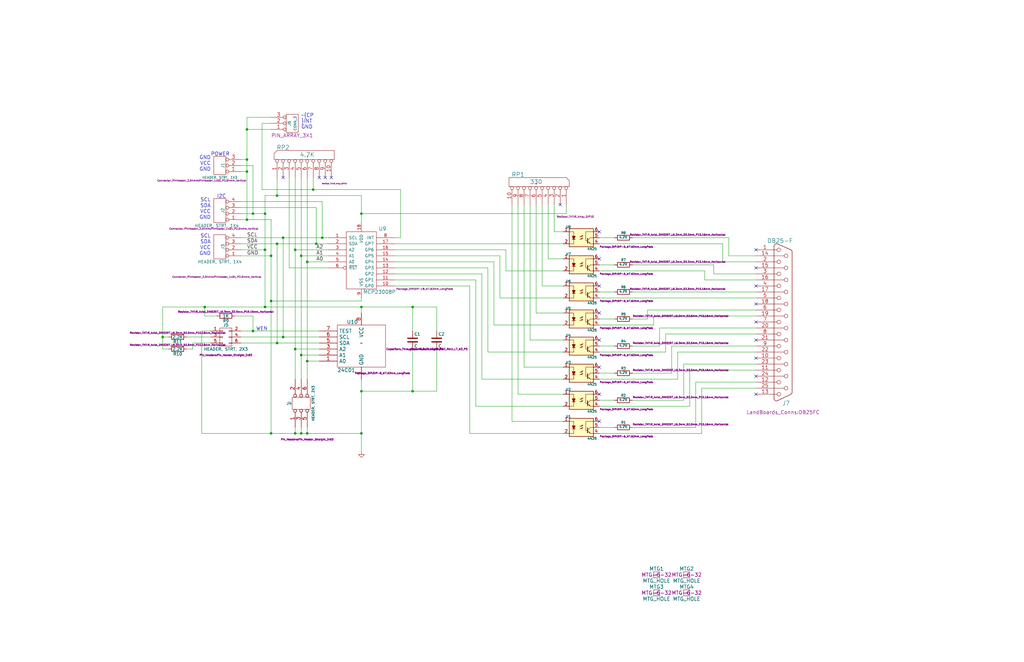
<source format=kicad_sch>
(kicad_sch (version 20211123) (generator eeschema)
  (paper "B")
  (title_block (title "8-CHANNEL OPTO-ISOLATED OUTPUT CARD") (date "2022-09-29") (rev "4") (company "land-boards.com"))
  (lib_symbols
    (symbol "OptoOut8-I2C-rescue:24C01" (pin_names (offset 0.762))
      (property "Reference" "U" (at 3.81 8.89 0))
      (property "Value" "24C01" (at 6.35 -11.43 0))
      (symbol "24C01_0_0"
        (pin power_in line (at 0 -15.24 90) (length 5.08) (name "GND") (number "4"))
        (pin power_in line (at 0 12.7 270) (length 5.08) (name "VCC") (number "8"))
      )
      (symbol "24C01_1_1"
        (rectangle (start -10.16 -10.16) (end 10.16 7.62))
        (pin input line (at 17.78 -7.62 180) (length 7.62) (name "A0") (number "1"))
        (pin input line (at 17.78 -5.08 180) (length 7.62) (name "A1") (number "2"))
        (pin input line (at 17.78 -2.54 180) (length 7.62) (name "A2") (number "3"))
        (pin bidirectional line (at 17.78 0 180) (length 7.62) (name "SDA") (number "5"))
        (pin input line (at 17.78 2.54 180) (length 7.62) (name "SCL") (number "6"))
        (pin input line (at 17.78 5.08 180) (length 7.62) (name "TEST") (number "7"))
      )
    )
    (symbol "OptoOut8-I2C-rescue:4N26" (pin_names (offset 1.016))
      (property "Reference" "U" (at -5.08 5.08 0))
      (property "Value" "4N26" (at 0 5.08 0))
      (property "Footprint" "DIP-6" (at -5.08 -5.08 0))
      (symbol "4N26_0_1"
        (rectangle (start -5.08 3.81) (end 5.08 -3.81) (stroke (width 0.254)) (fill (type background)))
        (polyline (pts (xy -3.81 -0.635) (xy -2.54 -0.635)) (stroke (width 0.254)))
        (polyline (pts (xy 2.667 -1.397) (xy 3.81 -2.54)))
        (polyline (pts (xy 2.667 -1.143) (xy 3.81 0)))
        (polyline (pts (xy 3.81 -2.54) (xy 5.08 -2.54)))
        (polyline (pts (xy 3.81 0) (xy 5.08 0)))
        (polyline (pts (xy 2.667 -0.254) (xy 2.667 -2.286) (xy 2.667 -2.286)) (stroke (width 0.3556)))
        (polyline (pts (xy -5.08 -2.54) (xy -3.175 -2.54) (xy -3.175 2.54) (xy -5.08 2.54)))
        (polyline (pts (xy -3.175 -0.635) (xy -3.81 0.635) (xy -2.54 0.635) (xy -3.175 -0.635)) (stroke (width 0.254)) (fill (type outline)))
        (polyline (pts (xy -0.635 0.254) (xy -0.1016 0.762) (xy -0.1016 0.254) (xy 0.6604 1.016)))
        (polyline (pts (xy 0.6604 1.016) (xy 0.1524 0.762) (xy 0.4064 0.508) (xy 0.6604 1.016)))
        (polyline (pts (xy 3.683 -2.413) (xy 3.429 -1.905) (xy 3.175 -2.159) (xy 3.683 -2.413)))
        (polyline (pts (xy 5.08 2.54) (xy 1.905 2.54) (xy 1.905 -1.27) (xy 2.54 -1.27)))
        (polyline (pts (xy -0.635 -0.762) (xy -0.1016 -0.254) (xy -0.1016 -0.762) (xy 0.6604 0) (xy 0.1524 -0.254) (xy 0.4064 -0.508) (xy 0.6604 0)))
      )
      (symbol "4N26_1_1"
        (pin passive line (at -7.62 2.54 0) (length 2.54) (name "~") (number "1"))
        (pin passive line (at -7.62 -2.54 0) (length 2.54) (name "~") (number "2"))
        (pin passive line (at 7.62 -2.54 180) (length 2.54) (name "~") (number "4"))
        (pin passive line (at 7.62 0 180) (length 2.54) (name "~") (number "5"))
        (pin passive line (at 7.62 2.54 180) (length 2.54) (name "~") (number "6"))
      )
    )
    (symbol "OptoOut8-I2C-rescue:C" (pin_numbers hide) (pin_names (offset 0.254))
      (property "Reference" "C" (at 0.635 2.54 0))
      (property "Value" "C" (at 0.635 -2.54 0))
      (symbol "C_0_1"
        (polyline (pts (xy -2.032 -0.762) (xy 2.032 -0.762)) (stroke (width 0.508)))
        (polyline (pts (xy -2.032 0.762) (xy 2.032 0.762)) (stroke (width 0.508)))
      )
      (symbol "C_1_1"
        (pin passive line (at 0 3.81 270) (length 2.794) (name "~") (number "1"))
        (pin passive line (at 0 -3.81 90) (length 2.794) (name "~") (number "2"))
      )
    )
    (symbol "OptoOut8-I2C-rescue:CONN_02X03" (pin_names (offset 0.0254) hide)
      (property "Reference" "P" (at 0 5.08 0))
      (property "Value" "CONN_02X03" (at 0 -5.08 0))
      (symbol "CONN_02X03_0_1"
        (rectangle (start -2.54 -2.413) (end -1.27 -2.667))
        (rectangle (start -2.54 0.127) (end -1.27 -0.127))
        (rectangle (start -2.54 2.667) (end -1.27 2.413))
        (rectangle (start -2.54 3.81) (end 2.54 -3.81))
        (rectangle (start 1.27 -2.413) (end 2.54 -2.667))
        (rectangle (start 1.27 0.127) (end 2.54 -0.127))
        (rectangle (start 1.27 2.667) (end 2.54 2.413))
      )
      (symbol "CONN_02X03_1_1"
        (pin passive line (at -6.35 2.54 0) (length 3.81) (name "P1") (number "1"))
        (pin passive line (at 6.35 2.54 180) (length 3.81) (name "P2") (number "2"))
        (pin passive line (at -6.35 0 0) (length 3.81) (name "P3") (number "3"))
        (pin passive line (at 6.35 0 180) (length 3.81) (name "P4") (number "4"))
        (pin passive line (at -6.35 -2.54 0) (length 3.81) (name "P5") (number "5"))
        (pin passive line (at 6.35 -2.54 180) (length 3.81) (name "P6") (number "6"))
      )
    )
    (symbol "OptoOut8-I2C-rescue:CONN_3" (pin_names (offset 1.016) hide)
      (property "Reference" "K" (at -1.27 0 90))
      (property "Value" "CONN_3" (at 1.27 0 90))
      (symbol "CONN_3_0_1"
        (rectangle (start -2.54 3.81) (end 2.54 -3.81))
      )
      (symbol "CONN_3_1_1"
        (pin passive inverted (at -8.89 2.54 0) (length 6.35) (name "P1") (number "1"))
        (pin passive inverted (at -8.89 0 0) (length 6.35) (name "PM") (number "2"))
        (pin passive inverted (at -8.89 -2.54 0) (length 6.35) (name "P3") (number "3"))
      )
    )
    (symbol "OptoOut8-I2C-rescue:CONN_3X2" (pin_names (offset 1.016) hide)
      (property "Reference" "P" (at 0 6.35 0))
      (property "Value" "CONN_3X2" (at 0 1.27 90))
      (symbol "CONN_3X2_0_1"
        (rectangle (start -2.54 5.08) (end 2.54 -2.54))
      )
      (symbol "CONN_3X2_1_1"
        (pin passive inverted (at -10.16 3.81 0) (length 7.62) (name "1") (number "1"))
        (pin passive inverted (at 10.16 3.81 180) (length 7.62) (name "2") (number "2"))
        (pin passive inverted (at -10.16 1.27 0) (length 7.62) (name "3") (number "3"))
        (pin passive inverted (at 10.16 1.27 180) (length 7.62) (name "4") (number "4"))
        (pin passive inverted (at -10.16 -1.27 0) (length 7.62) (name "5") (number "5"))
        (pin passive inverted (at 10.16 -1.27 180) (length 7.62) (name "6") (number "6"))
      )
    )
    (symbol "OptoOut8-I2C-rescue:CONN_4" (pin_names (offset 1.016) hide)
      (property "Reference" "P" (at -1.27 0 90))
      (property "Value" "CONN_4" (at 1.27 0 90))
      (symbol "CONN_4_0_1"
        (rectangle (start -2.54 5.08) (end 2.54 -5.08))
      )
      (symbol "CONN_4_1_1"
        (pin passive inverted (at -8.89 3.81 0) (length 6.35) (name "P1") (number "1"))
        (pin passive inverted (at -8.89 1.27 0) (length 6.35) (name "P2") (number "2"))
        (pin passive inverted (at -8.89 -1.27 0) (length 6.35) (name "P3") (number "3"))
        (pin passive inverted (at -8.89 -3.81 0) (length 6.35) (name "P4") (number "4"))
      )
    )
    (symbol "OptoOut8-I2C-rescue:DB25" (pin_names (offset 1.016) hide)
      (property "Reference" "J" (at 1.27 34.29 0))
      (property "Value" "DB25" (at -1.27 -34.29 0))
      (symbol "DB25_0_1"
        (arc (start -3.81 -32.004) (mid -3.4129 -32.8094) (end -2.54 -33.02) (stroke (width 0.2032)))
        (arc (start -2.54 33.274) (mid -3.4191 33.0712) (end -3.81 32.258) (stroke (width 0.2032)))
        (circle (center -1.778 -30.48) (radius 0.762))
        (circle (center -1.778 -25.4) (radius 0.762))
        (circle (center -1.778 -20.32) (radius 0.762))
        (circle (center -1.778 -15.24) (radius 0.762))
        (circle (center -1.778 -10.16) (radius 0.762))
        (circle (center -1.778 -5.08) (radius 0.762))
        (circle (center -1.778 0) (radius 0.762))
        (circle (center -1.778 5.08) (radius 0.762))
        (circle (center -1.778 10.16) (radius 0.762))
        (circle (center -1.778 15.24) (radius 0.762))
        (circle (center -1.778 20.32) (radius 0.762))
        (circle (center -1.778 25.4) (radius 0.762))
        (circle (center -1.778 30.48) (radius 0.762))
        (polyline (pts (xy -3.81 -32.004) (xy -3.81 32.258)) (stroke (width 0.2032)))
        (polyline (pts (xy -3.81 -30.48) (xy -2.54 -30.48)))
        (polyline (pts (xy -3.81 -27.94) (xy 0.508 -27.94)))
        (polyline (pts (xy -3.81 -25.4) (xy -2.54 -25.4)))
        (polyline (pts (xy -3.81 -22.86) (xy 0.508 -22.86)))
        (polyline (pts (xy -3.81 -20.32) (xy -2.54 -20.32)))
        (polyline (pts (xy -3.81 -17.78) (xy 0.508 -17.78)))
        (polyline (pts (xy -3.81 -15.24) (xy -2.54 -15.24)))
        (polyline (pts (xy -3.81 -12.7) (xy 0.508 -12.7)))
        (polyline (pts (xy -3.81 -10.16) (xy -2.54 -10.16)))
        (polyline (pts (xy -3.81 -7.62) (xy 0.508 -7.62)))
        (polyline (pts (xy -3.81 -5.08) (xy -2.54 -5.08)))
        (polyline (pts (xy -3.81 -2.54) (xy 0.508 -2.54)))
        (polyline (pts (xy -3.81 0) (xy -2.54 0)))
        (polyline (pts (xy -3.81 2.54) (xy 0.508 2.54)))
        (polyline (pts (xy -3.81 5.08) (xy -2.54 5.08)))
        (polyline (pts (xy -3.81 7.62) (xy 0.508 7.62)))
        (polyline (pts (xy -3.81 10.16) (xy -2.54 10.16)))
        (polyline (pts (xy -3.81 12.7) (xy 0.508 12.7)))
        (polyline (pts (xy -3.81 15.24) (xy -2.54 15.24)))
        (polyline (pts (xy -3.81 17.78) (xy 0.508 17.78)))
        (polyline (pts (xy -3.81 20.32) (xy -2.54 20.32)))
        (polyline (pts (xy -3.81 22.86) (xy 0.508 22.86)))
        (polyline (pts (xy -3.81 25.4) (xy -2.54 25.4)))
        (polyline (pts (xy -3.81 27.94) (xy 0.508 27.94)))
        (polyline (pts (xy -3.81 30.48) (xy -2.54 30.48)))
        (polyline (pts (xy -2.54 -33.02) (xy 3.302 -30.48)) (stroke (width 0.2032)))
        (polyline (pts (xy 3.302 30.48) (xy -2.54 33.274)) (stroke (width 0.2032)))
        (polyline (pts (xy 3.81 -29.718) (xy 3.81 29.718)) (stroke (width 0.2032)))
        (circle (center 1.27 -27.94) (radius 0.762))
        (circle (center 1.27 -22.86) (radius 0.762))
        (circle (center 1.27 -17.78) (radius 0.762))
        (circle (center 1.27 -12.7) (radius 0.762))
        (circle (center 1.27 -7.62) (radius 0.762))
        (circle (center 1.27 -2.54) (radius 0.762))
        (circle (center 1.27 2.54) (radius 0.762))
        (circle (center 1.27 7.62) (radius 0.762))
        (circle (center 1.27 12.7) (radius 0.762))
        (circle (center 1.27 17.78) (radius 0.762))
        (circle (center 1.27 22.86) (radius 0.762))
        (circle (center 1.27 27.94) (radius 0.762))
        (arc (start 3.302 -30.48) (mid 3.6653 -30.1718) (end 3.81 -29.718) (stroke (width 0.2032)))
        (arc (start 3.7846 29.718) (mid 3.6544 30.1591) (end 3.302 30.4546) (stroke (width 0.2032)))
      )
      (symbol "DB25_1_1"
        (pin passive line (at -11.43 -30.48 0) (length 7.62) (name "1") (number "1"))
        (pin passive line (at -11.43 15.24 0) (length 7.62) (name "10") (number "10"))
        (pin passive line (at -11.43 20.32 0) (length 7.62) (name "11") (number "11"))
        (pin passive line (at -11.43 25.4 0) (length 7.62) (name "12") (number "12"))
        (pin passive line (at -11.43 30.48 0) (length 7.62) (name "13") (number "13"))
        (pin passive line (at -11.43 -27.94 0) (length 7.62) (name "P14") (number "14"))
        (pin passive line (at -11.43 -22.86 0) (length 7.62) (name "P15") (number "15"))
        (pin passive line (at -11.43 -17.78 0) (length 7.62) (name "P16") (number "16"))
        (pin passive line (at -11.43 -12.7 0) (length 7.62) (name "P17") (number "17"))
        (pin passive line (at -11.43 -7.62 0) (length 7.62) (name "P18") (number "18"))
        (pin passive line (at -11.43 -2.54 0) (length 7.62) (name "P19") (number "19"))
        (pin passive line (at -11.43 -25.4 0) (length 7.62) (name "2") (number "2"))
        (pin passive line (at -11.43 2.54 0) (length 7.62) (name "P20") (number "20"))
        (pin passive line (at -11.43 7.62 0) (length 7.62) (name "P21") (number "21"))
        (pin passive line (at -11.43 12.7 0) (length 7.62) (name "P22") (number "22"))
        (pin passive line (at -11.43 17.78 0) (length 7.62) (name "P23") (number "23"))
        (pin passive line (at -11.43 22.86 0) (length 7.62) (name "P24") (number "24"))
        (pin passive line (at -11.43 27.94 0) (length 7.62) (name "P25") (number "25"))
        (pin passive line (at -11.43 -20.32 0) (length 7.62) (name "3") (number "3"))
        (pin passive line (at -11.43 -15.24 0) (length 7.62) (name "4") (number "4"))
        (pin passive line (at -11.43 -10.16 0) (length 7.62) (name "5") (number "5"))
        (pin passive line (at -11.43 -5.08 0) (length 7.62) (name "6") (number "6"))
        (pin passive line (at -11.43 0 0) (length 7.62) (name "7") (number "7"))
        (pin passive line (at -11.43 5.08 0) (length 7.62) (name "8") (number "8"))
        (pin passive line (at -11.43 10.16 0) (length 7.62) (name "9") (number "9"))
      )
    )
    (symbol "OptoOut8-I2C-rescue:GND" (power) (pin_names (offset 0))
      (property "Value" "GND" (at 0 -3.81 0))
      (symbol "GND_0_1"
        (polyline (pts (xy 0 0) (xy 0 -1.27) (xy 1.27 -1.27) (xy 0 -2.54) (xy -1.27 -1.27) (xy 0 -1.27)))
      )
      (symbol "GND_1_1"
        (pin power_in line (at 0 0 270) (length 0) hide (name "GND") (number "1"))
      )
    )
    (symbol "OptoOut8-I2C-rescue:MCP23008P" (pin_names (offset 1.016))
      (property "Reference" "U" (at 7.62 25.4 0))
      (property "Value" "MCP23008P" (at 11.43 -1.27 0))
      (symbol "MCP23008P_0_1"
        (rectangle (start -7.62 0) (end 5.08 24.13))
      )
      (symbol "MCP23008P_1_1"
        (pin input line (at -15.24 21.59 0) (length 7.62) (name "SCL") (number "1"))
        (pin output line (at 12.7 1.27 180) (length 7.62) (name "GP0") (number "10"))
        (pin output line (at 12.7 3.81 180) (length 7.62) (name "GP1") (number "11"))
        (pin output line (at 12.7 6.35 180) (length 7.62) (name "GP2") (number "12"))
        (pin output line (at 12.7 8.89 180) (length 7.62) (name "GP3") (number "13"))
        (pin output line (at 12.7 11.43 180) (length 7.62) (name "GP4") (number "14"))
        (pin output line (at 12.7 13.97 180) (length 7.62) (name "GP5") (number "15"))
        (pin output line (at 12.7 16.51 180) (length 7.62) (name "GP6") (number "16"))
        (pin bidirectional line (at 12.7 19.05 180) (length 7.62) (name "GP7") (number "17"))
        (pin power_in line (at -1.27 27.94 270) (length 3.81) (name "VDD") (number "18"))
        (pin input line (at -15.24 19.05 0) (length 7.62) (name "SDA") (number "2"))
        (pin input line (at -15.24 16.51 0) (length 7.62) (name "A2") (number "3"))
        (pin input line (at -15.24 13.97 0) (length 7.62) (name "A1") (number "4"))
        (pin input line (at -15.24 11.43 0) (length 7.62) (name "A0") (number "5"))
        (pin input inverted (at -15.24 8.89 0) (length 7.62) (name "~{RST}") (number "6"))
        (pin output line (at 12.7 21.59 180) (length 7.62) (name "INT") (number "8"))
        (pin power_in line (at -1.27 -3.81 90) (length 3.81) (name "VSS") (number "9"))
      )
    )
    (symbol "OptoOut8-I2C-rescue:MTG_HOLE" (pin_names (offset 1.016))
      (property "Reference" "MTG?" (at 0 2.54 0))
      (property "Value" "MTG_HOLE" (at 0 -2.54 0))
      (symbol "MTG_HOLE_0_1"
        (rectangle (start -1.27 -1.27) (end 1.27 -1.27))
        (rectangle (start -1.27 1.27) (end -1.27 -1.27))
        (rectangle (start 1.27 1.27) (end -1.27 1.27))
        (rectangle (start 1.27 1.27) (end 1.27 -1.27))
      )
    )
    (symbol "OptoOut8-I2C-rescue:R" (pin_numbers hide) (pin_names (offset 0))
      (property "Reference" "R" (at 2.032 0 90))
      (property "Value" "R" (at 0 0 90))
      (symbol "R_0_1"
        (rectangle (start -1.016 -2.54) (end 1.016 2.54) (stroke (width 0.254)))
      )
      (symbol "R_1_1"
        (pin passive line (at 0 3.81 270) (length 1.27) (name "~") (number "1"))
        (pin passive line (at 0 -3.81 90) (length 1.27) (name "~") (number "2"))
      )
    )
    (symbol "OptoOut8-I2C-rescue:RR9" (pin_names (offset 1.016) hide)
      (property "Reference" "RR" (at 1.27 15.24 0))
      (property "Value" "RR9" (at 0.762 0 90))
      (symbol "RR9_0_1"
        (polyline (pts (xy -1.27 -11.43) (xy -1.27 13.97) (xy 1.27 13.97) (xy 2.54 12.7) (xy 2.54 -11.43) (xy -1.27 -11.43)))
      )
      (symbol "RR9_1_1"
        (pin passive inverted (at -8.89 12.7 0) (length 7.62) (name "COM") (number "1"))
        (pin passive inverted (at -8.89 -10.16 0) (length 7.62) (name "10") (number "10"))
        (pin passive inverted (at -8.89 10.16 0) (length 7.62) (name "2") (number "2"))
        (pin passive inverted (at -8.89 7.62 0) (length 7.62) (name "3") (number "3"))
        (pin passive inverted (at -8.89 5.08 0) (length 7.62) (name "4") (number "4"))
        (pin passive inverted (at -8.89 2.54 0) (length 7.62) (name "5") (number "5"))
        (pin passive inverted (at -8.89 0 0) (length 7.62) (name "6") (number "6"))
        (pin passive inverted (at -8.89 -2.54 0) (length 7.62) (name "7") (number "7"))
        (pin passive inverted (at -8.89 -5.08 0) (length 7.62) (name "8") (number "8"))
        (pin passive inverted (at -8.89 -7.62 0) (length 7.62) (name "9") (number "9"))
      )
    )
  )
  (junction (at 111.76 105.41))
  (junction (at 114.3 107.95))
  (junction (at 127 107.95))
  (junction (at 114.3 127))
  (junction (at 104.14 54.61))
  (junction (at 129.54 110.49))
  (junction (at 152.4 182.88))
  (junction (at 124.46 182.88))
  (junction (at 106.68 90.17))
  (junction (at 104.14 72.39))
  (junction (at 173.99 165.1))
  (junction (at 119.38 100.33))
  (junction (at 129.54 152.4))
  (junction (at 135.89 100.33))
  (junction (at 133.35 102.87))
  (junction (at 152.4 129.54))
  (junction (at 104.14 92.71))
  (junction (at 152.4 90.17))
  (junction (at 173.99 129.54))
  (junction (at 106.68 139.7))
  (junction (at 116.84 144.78))
  (junction (at 86.36 129.54))
  (junction (at 124.46 105.41))
  (junction (at 111.76 90.17))
  (junction (at 116.84 102.87))
  (junction (at 119.38 142.24))
  (junction (at 127 149.86))
  (junction (at 116.84 82.55))
  (junction (at 152.4 165.1))
  (junction (at 127 182.88))
  (junction (at 68.58 142.24))
  (junction (at 104.14 67.31))
  (junction (at 129.54 182.88))
  (junction (at 124.46 147.32))
  (junction (at 132.08 80.01))
  (junction (at 114.3 182.88))
  (junction (at 111.76 129.54))
  (no_connect (at 252.73 97.79))
  (no_connect (at 139.7 74.93))
  (no_connect (at 318.77 120.65))
  (no_connect (at 318.77 128.27))
  (no_connect (at 252.73 120.65))
  (no_connect (at 318.77 113.03))
  (no_connect (at 318.77 135.89))
  (no_connect (at 252.73 154.94))
  (no_connect (at 252.73 177.8))
  (no_connect (at 236.22 86.36))
  (no_connect (at 318.77 166.37))
  (no_connect (at 252.73 109.22))
  (no_connect (at 137.16 74.93))
  (no_connect (at 318.77 143.51))
  (no_connect (at 318.77 151.13))
  (no_connect (at 134.62 74.93))
  (no_connect (at 252.73 132.08))
  (no_connect (at 318.77 158.75))
  (no_connect (at 252.73 166.37))
  (no_connect (at 119.38 74.93))
  (no_connect (at 252.73 143.51))
  (no_connect (at 318.77 105.41))
  (wire (pts (xy 68.58 129.54) (xy 86.36 129.54)))
  (wire (pts (xy 166.37 118.11) (xy 200.66 118.11)))
  (wire (pts (xy 132.08 80.01) (xy 110.49 80.01)))
  (wire (pts (xy 111.76 82.55) (xy 116.84 82.55)))
  (wire (pts (xy 304.8 110.49) (xy 304.8 102.87)))
  (wire (pts (xy 300.99 111.76) (xy 266.7 111.76)))
  (wire (pts (xy 198.12 182.88) (xy 237.49 182.88)))
  (wire (pts (xy 210.82 107.95) (xy 210.82 125.73)))
  (wire (pts (xy 223.52 86.36) (xy 223.52 143.51)))
  (wire (pts (xy 198.12 120.65) (xy 198.12 182.88)))
  (wire (pts (xy 259.08 168.91) (xy 252.73 168.91)))
  (wire (pts (xy 215.9 177.8) (xy 237.49 177.8)))
  (wire (pts (xy 318.77 107.95) (xy 307.34 107.95)))
  (wire (pts (xy 283.21 157.48) (xy 283.21 146.05)))
  (wire (pts (xy 81.28 144.78) (xy 81.28 147.32)))
  (wire (pts (xy 127 107.95) (xy 138.43 107.95)))
  (wire (pts (xy 85.09 139.7) (xy 85.09 182.88)))
  (wire (pts (xy 226.06 132.08) (xy 237.49 132.08)))
  (wire (pts (xy 215.9 86.36) (xy 215.9 177.8)))
  (wire (pts (xy 266.7 123.19) (xy 318.77 123.19)))
  (wire (pts (xy 106.68 139.7) (xy 101.6 139.7)))
  (wire (pts (xy 208.28 137.16) (xy 237.49 137.16)))
  (wire (pts (xy 91.44 133.35) (xy 86.36 133.35)))
  (wire (pts (xy 290.83 171.45) (xy 290.83 156.21)))
  (wire (pts (xy 101.6 142.24) (xy 119.38 142.24)))
  (wire (pts (xy 152.4 82.55) (xy 152.4 90.17)))
  (wire (pts (xy 101.6 90.17) (xy 106.68 90.17)))
  (wire (pts (xy 101.6 102.87) (xy 116.84 102.87)))
  (wire (pts (xy 293.37 161.29) (xy 318.77 161.29)))
  (wire (pts (xy 114.3 182.88) (xy 124.46 182.88)))
  (wire (pts (xy 307.34 107.95) (xy 307.34 100.33)))
  (wire (pts (xy 129.54 74.93) (xy 129.54 110.49)))
  (wire (pts (xy 166.37 105.41) (xy 213.36 105.41)))
  (wire (pts (xy 297.18 118.11) (xy 297.18 114.3)))
  (wire (pts (xy 124.46 105.41) (xy 124.46 147.32)))
  (wire (pts (xy 252.73 148.59) (xy 280.67 148.59)))
  (wire (pts (xy 116.84 144.78) (xy 134.62 144.78)))
  (wire (pts (xy 168.91 100.33) (xy 166.37 100.33)))
  (wire (pts (xy 266.7 134.62) (xy 273.05 134.62)))
  (wire (pts (xy 104.14 54.61) (xy 104.14 67.31)))
  (wire (pts (xy 295.91 182.88) (xy 252.73 182.88)))
  (wire (pts (xy 152.4 125.73) (xy 152.4 127)))
  (wire (pts (xy 110.49 80.01) (xy 110.49 52.07)))
  (wire (pts (xy 166.37 120.65) (xy 198.12 120.65)))
  (wire (pts (xy 252.73 134.62) (xy 259.08 134.62)))
  (wire (pts (xy 127 74.93) (xy 127 107.95)))
  (wire (pts (xy 318.77 110.49) (xy 304.8 110.49)))
  (wire (pts (xy 134.62 149.86) (xy 127 149.86)))
  (wire (pts (xy 134.62 147.32) (xy 124.46 147.32)))
  (wire (pts (xy 127 182.88) (xy 129.54 182.88)))
  (wire (pts (xy 166.37 110.49) (xy 208.28 110.49)))
  (wire (pts (xy 184.15 129.54) (xy 184.15 139.7)))
  (wire (pts (xy 78.74 142.24) (xy 88.9 142.24)))
  (wire (pts (xy 119.38 100.33) (xy 135.89 100.33)))
  (wire (pts (xy 124.46 74.93) (xy 124.46 105.41)))
  (wire (pts (xy 152.4 129.54) (xy 173.99 129.54)))
  (wire (pts (xy 88.9 139.7) (xy 85.09 139.7)))
  (wire (pts (xy 152.4 90.17) (xy 152.4 93.98)))
  (wire (pts (xy 68.58 142.24) (xy 68.58 147.32)))
  (wire (pts (xy 129.54 110.49) (xy 129.54 152.4)))
  (wire (pts (xy 278.13 138.43) (xy 318.77 138.43)))
  (wire (pts (xy 111.76 105.41) (xy 101.6 105.41)))
  (wire (pts (xy 226.06 86.36) (xy 226.06 132.08)))
  (wire (pts (xy 116.84 102.87) (xy 116.84 144.78)))
  (wire (pts (xy 252.73 111.76) (xy 259.08 111.76)))
  (wire (pts (xy 127 149.86) (xy 127 160.02)))
  (wire (pts (xy 252.73 125.73) (xy 318.77 125.73)))
  (wire (pts (xy 275.59 133.35) (xy 275.59 137.16)))
  (wire (pts (xy 111.76 129.54) (xy 152.4 129.54)))
  (wire (pts (xy 252.73 100.33) (xy 259.08 100.33)))
  (wire (pts (xy 266.7 146.05) (xy 278.13 146.05)))
  (wire (pts (xy 210.82 125.73) (xy 237.49 125.73)))
  (wire (pts (xy 68.58 147.32) (xy 71.12 147.32)))
  (wire (pts (xy 231.14 86.36) (xy 231.14 109.22)))
  (wire (pts (xy 114.3 107.95) (xy 114.3 127)))
  (wire (pts (xy 295.91 163.83) (xy 295.91 182.88)))
  (wire (pts (xy 166.37 113.03) (xy 205.74 113.03)))
  (wire (pts (xy 101.6 85.09) (xy 135.89 85.09)))
  (wire (pts (xy 184.15 165.1) (xy 184.15 147.32)))
  (wire (pts (xy 152.4 127) (xy 114.3 127)))
  (wire (pts (xy 114.3 92.71) (xy 114.3 107.95)))
  (wire (pts (xy 173.99 129.54) (xy 184.15 129.54)))
  (wire (pts (xy 116.84 82.55) (xy 152.4 82.55)))
  (wire (pts (xy 106.68 133.35) (xy 106.68 139.7)))
  (wire (pts (xy 205.74 148.59) (xy 237.49 148.59)))
  (wire (pts (xy 252.73 171.45) (xy 290.83 171.45)))
  (wire (pts (xy 135.89 85.09) (xy 135.89 100.33)))
  (wire (pts (xy 86.36 133.35) (xy 86.36 129.54)))
  (wire (pts (xy 218.44 86.36) (xy 218.44 166.37)))
  (wire (pts (xy 86.36 129.54) (xy 111.76 129.54)))
  (wire (pts (xy 290.83 156.21) (xy 318.77 156.21)))
  (wire (pts (xy 275.59 137.16) (xy 252.73 137.16)))
  (wire (pts (xy 252.73 157.48) (xy 259.08 157.48)))
  (wire (pts (xy 273.05 130.81) (xy 318.77 130.81)))
  (wire (pts (xy 283.21 146.05) (xy 318.77 146.05)))
  (wire (pts (xy 127 107.95) (xy 127 149.86)))
  (wire (pts (xy 285.75 160.02) (xy 285.75 148.59)))
  (wire (pts (xy 307.34 100.33) (xy 266.7 100.33)))
  (wire (pts (xy 318.77 118.11) (xy 297.18 118.11)))
  (wire (pts (xy 168.91 80.01) (xy 168.91 100.33)))
  (wire (pts (xy 114.3 127) (xy 114.3 182.88)))
  (wire (pts (xy 104.14 49.53) (xy 104.14 54.61)))
  (wire (pts (xy 116.84 74.93) (xy 116.84 82.55)))
  (wire (pts (xy 129.54 110.49) (xy 138.43 110.49)))
  (wire (pts (xy 213.36 105.41) (xy 213.36 114.3)))
  (wire (pts (xy 318.77 163.83) (xy 295.91 163.83)))
  (wire (pts (xy 173.99 139.7) (xy 173.99 129.54)))
  (wire (pts (xy 134.62 152.4) (xy 129.54 152.4)))
  (wire (pts (xy 293.37 180.34) (xy 293.37 161.29)))
  (wire (pts (xy 233.68 86.36) (xy 233.68 97.79)))
  (wire (pts (xy 68.58 129.54) (xy 68.58 142.24)))
  (wire (pts (xy 318.77 133.35) (xy 275.59 133.35)))
  (wire (pts (xy 304.8 102.87) (xy 252.73 102.87)))
  (wire (pts (xy 223.52 143.51) (xy 237.49 143.51)))
  (wire (pts (xy 280.67 140.97) (xy 318.77 140.97)))
  (wire (pts (xy 300.99 115.57) (xy 300.99 111.76)))
  (wire (pts (xy 129.54 152.4) (xy 129.54 160.02)))
  (wire (pts (xy 228.6 120.65) (xy 237.49 120.65)))
  (wire (pts (xy 101.6 100.33) (xy 119.38 100.33)))
  (wire (pts (xy 135.89 100.33) (xy 138.43 100.33)))
  (wire (pts (xy 288.29 168.91) (xy 288.29 153.67)))
  (wire (pts (xy 101.6 92.71) (xy 104.14 92.71)))
  (wire (pts (xy 101.6 69.85) (xy 106.68 69.85)))
  (wire (pts (xy 252.73 146.05) (xy 259.08 146.05)))
  (wire (pts (xy 288.29 153.67) (xy 318.77 153.67)))
  (wire (pts (xy 114.3 49.53) (xy 104.14 49.53)))
  (wire (pts (xy 205.74 113.03) (xy 205.74 148.59)))
  (wire (pts (xy 152.4 90.17) (xy 238.76 90.17)))
  (wire (pts (xy 119.38 142.24) (xy 119.38 100.33)))
  (wire (pts (xy 233.68 97.79) (xy 237.49 97.79)))
  (wire (pts (xy 133.35 87.63) (xy 133.35 102.87)))
  (wire (pts (xy 203.2 160.02) (xy 237.49 160.02)))
  (wire (pts (xy 200.66 171.45) (xy 237.49 171.45)))
  (wire (pts (xy 101.6 67.31) (xy 104.14 67.31)))
  (wire (pts (xy 152.4 129.54) (xy 152.4 132.08)))
  (wire (pts (xy 124.46 182.88) (xy 124.46 180.34)))
  (wire (pts (xy 200.66 118.11) (xy 200.66 171.45)))
  (wire (pts (xy 280.67 148.59) (xy 280.67 140.97)))
  (wire (pts (xy 152.4 160.02) (xy 152.4 165.1)))
  (wire (pts (xy 132.08 74.93) (xy 132.08 80.01)))
  (wire (pts (xy 101.6 107.95) (xy 114.3 107.95)))
  (wire (pts (xy 132.08 80.01) (xy 168.91 80.01)))
  (wire (pts (xy 114.3 54.61) (xy 104.14 54.61)))
  (wire (pts (xy 278.13 146.05) (xy 278.13 138.43)))
  (wire (pts (xy 166.37 115.57) (xy 203.2 115.57)))
  (wire (pts (xy 259.08 180.34) (xy 252.73 180.34)))
  (wire (pts (xy 318.77 115.57) (xy 300.99 115.57)))
  (wire (pts (xy 238.76 90.17) (xy 238.76 86.36)))
  (wire (pts (xy 138.43 105.41) (xy 124.46 105.41)))
  (wire (pts (xy 173.99 147.32) (xy 173.99 165.1)))
  (wire (pts (xy 68.58 142.24) (xy 71.12 142.24)))
  (wire (pts (xy 81.28 147.32) (xy 78.74 147.32)))
  (wire (pts (xy 297.18 114.3) (xy 252.73 114.3)))
  (wire (pts (xy 129.54 182.88) (xy 129.54 180.34)))
  (wire (pts (xy 129.54 182.88) (xy 152.4 182.88)))
  (wire (pts (xy 266.7 180.34) (xy 293.37 180.34)))
  (wire (pts (xy 104.14 92.71) (xy 114.3 92.71)))
  (wire (pts (xy 266.7 168.91) (xy 288.29 168.91)))
  (wire (pts (xy 237.49 102.87) (xy 166.37 102.87)))
  (wire (pts (xy 104.14 72.39) (xy 104.14 92.71)))
  (wire (pts (xy 152.4 165.1) (xy 173.99 165.1)))
  (wire (pts (xy 85.09 182.88) (xy 114.3 182.88)))
  (wire (pts (xy 285.75 148.59) (xy 318.77 148.59)))
  (wire (pts (xy 134.62 139.7) (xy 106.68 139.7)))
  (wire (pts (xy 104.14 72.39) (xy 101.6 72.39)))
  (wire (pts (xy 133.35 102.87) (xy 138.43 102.87)))
  (wire (pts (xy 266.7 157.48) (xy 283.21 157.48)))
  (wire (pts (xy 231.14 109.22) (xy 237.49 109.22)))
  (wire (pts (xy 220.98 86.36) (xy 220.98 154.94)))
  (wire (pts (xy 99.06 133.35) (xy 106.68 133.35)))
  (wire (pts (xy 220.98 154.94) (xy 237.49 154.94)))
  (wire (pts (xy 208.28 110.49) (xy 208.28 137.16)))
  (wire (pts (xy 101.6 87.63) (xy 133.35 87.63)))
  (wire (pts (xy 252.73 160.02) (xy 285.75 160.02)))
  (wire (pts (xy 218.44 166.37) (xy 237.49 166.37)))
  (wire (pts (xy 124.46 147.32) (xy 124.46 160.02)))
  (wire (pts (xy 101.6 144.78) (xy 116.84 144.78)))
  (wire (pts (xy 173.99 165.1) (xy 184.15 165.1)))
  (wire (pts (xy 111.76 105.41) (xy 111.76 129.54)))
  (wire (pts (xy 88.9 144.78) (xy 81.28 144.78)))
  (wire (pts (xy 111.76 90.17) (xy 111.76 105.41)))
  (wire (pts (xy 127 182.88) (xy 127 180.34)))
  (wire (pts (xy 111.76 82.55) (xy 111.76 90.17)))
  (wire (pts (xy 119.38 142.24) (xy 134.62 142.24)))
  (wire (pts (xy 110.49 52.07) (xy 114.3 52.07)))
  (wire (pts (xy 252.73 123.19) (xy 259.08 123.19)))
  (wire (pts (xy 121.92 113.03) (xy 121.92 74.93)))
  (wire (pts (xy 152.4 182.88) (xy 152.4 190.5)))
  (wire (pts (xy 213.36 114.3) (xy 237.49 114.3)))
  (wire (pts (xy 121.92 113.03) (xy 138.43 113.03)))
  (wire (pts (xy 273.05 134.62) (xy 273.05 130.81)))
  (wire (pts (xy 106.68 90.17) (xy 111.76 90.17)))
  (wire (pts (xy 166.37 107.95) (xy 210.82 107.95)))
  (wire (pts (xy 203.2 115.57) (xy 203.2 160.02)))
  (wire (pts (xy 104.14 67.31) (xy 104.14 72.39)))
  (wire (pts (xy 106.68 69.85) (xy 106.68 90.17)))
  (wire (pts (xy 228.6 86.36) (xy 228.6 120.65)))
  (wire (pts (xy 124.46 182.88) (xy 127 182.88)))
  (wire (pts (xy 152.4 165.1) (xy 152.4 182.88)))
  (wire (pts (xy 116.84 102.87) (xy 133.35 102.87)))
  (text "WEN" (at 107.95 139.7 0) (effects (font (size 1.524 1.524)) (justify left bottom)))
  (text "SCL\nSDA\nVCC\nGND" (at 88.9 92.71 180) (effects (font (size 1.524 1.524)) (justify right bottom)))
  (text "POWER" (at 88.9 66.04 0) (effects (font (size 1.524 1.524)) (justify left bottom)))
  (text "SCL\nSDA\nVCC\nGND" (at 88.9 107.95 180) (effects (font (size 1.524 1.524)) (justify right bottom)))
  (text "GND\nVCC\nGND" (at 88.9 72.39 180) (effects (font (size 1.524 1.524)) (justify right bottom)))
  (text "I2C" (at 91.44 83.82 0) (effects (font (size 1.524 1.524)) (justify left bottom)))
  (text "~{CP\n}INT\nGND" (at 127 54.61 0) (effects (font (size 1.524 1.524)) (justify left bottom)))
  (label "GND" (at 104.14 107.95 0) (effects (font (size 1.524 1.524))))
  (label "A0" (at 133.35 110.49 0) (effects (font (size 1.524 1.524))))
  (label "A1" (at 133.35 107.95 0) (effects (font (size 1.524 1.524))))
  (label "SCL" (at 104.14 100.33 0) (effects (font (size 1.524 1.524))))
  (label "SDA" (at 104.14 102.87 0) (effects (font (size 1.524 1.524))))
  (label "VCC" (at 104.14 105.41 0) (effects (font (size 1.524 1.524))))
  (label "A2" (at 133.35 105.41 0) (effects (font (size 1.524 1.524))))
  (symbol (lib_id "OptoOut8-I2C-rescue:4N26") (at 245.11 100.33 0) (unit 1)
    (property "Reference" "U8" (at 239.6744 95.7834 0) (effects (font (size 1.016 1.016))))
    (property "Value" "4N25" (at 249.682 105.029 0) (effects (font (size 1.016 1.016))))
    (property "Footprint" "Package_DIP:DIP-6_W7.62mm_LongPads" (at 264.16 104.14 0) (effects (font (size 0.7366 0.7366))))
  )
  (symbol (lib_id "OptoOut8-I2C-rescue:4N26") (at 245.11 111.76 0) (unit 1)
    (property "Reference" "U7" (at 239.6744 107.2134 0) (effects (font (size 1.016 1.016))))
    (property "Value" "4N25" (at 249.682 116.459 0) (effects (font (size 1.016 1.016))))
    (property "Footprint" "Package_DIP:DIP-6_W7.62mm_LongPads" (at 264.16 115.57 0) (effects (font (size 0.7366 0.7366))))
  )
  (symbol (lib_id "OptoOut8-I2C-rescue:4N26") (at 245.11 123.19 0) (unit 1)
    (property "Reference" "U6" (at 239.6744 118.6434 0) (effects (font (size 1.016 1.016))))
    (property "Value" "4N25" (at 249.682 127.889 0) (effects (font (size 1.016 1.016))))
    (property "Footprint" "Package_DIP:DIP-6_W7.62mm_LongPads" (at 264.16 127 0) (effects (font (size 0.7366 0.7366))))
  )
  (symbol (lib_id "OptoOut8-I2C-rescue:4N26") (at 245.11 134.62 0) (unit 1)
    (property "Reference" "U5" (at 239.6744 130.0734 0) (effects (font (size 1.016 1.016))))
    (property "Value" "4N25" (at 249.682 139.319 0) (effects (font (size 1.016 1.016))))
    (property "Footprint" "Package_DIP:DIP-6_W7.62mm_LongPads" (at 264.16 138.43 0) (effects (font (size 0.7366 0.7366))))
  )
  (symbol (lib_id "OptoOut8-I2C-rescue:4N26") (at 245.11 146.05 0) (unit 1)
    (property "Reference" "U4" (at 239.6744 141.5034 0) (effects (font (size 1.016 1.016))))
    (property "Value" "4N25" (at 249.682 150.749 0) (effects (font (size 1.016 1.016))))
    (property "Footprint" "Package_DIP:DIP-6_W7.62mm_LongPads" (at 264.16 149.86 0) (effects (font (size 0.7366 0.7366))))
  )
  (symbol (lib_id "OptoOut8-I2C-rescue:4N26") (at 245.11 157.48 0) (unit 1)
    (property "Reference" "U3" (at 239.6744 152.9334 0) (effects (font (size 1.016 1.016))))
    (property "Value" "4N25" (at 249.682 162.179 0) (effects (font (size 1.016 1.016))))
    (property "Footprint" "Package_DIP:DIP-6_W7.62mm_LongPads" (at 264.16 161.29 0) (effects (font (size 0.7366 0.7366))))
  )
  (symbol (lib_id "OptoOut8-I2C-rescue:4N26") (at 245.11 168.91 0) (unit 1)
    (property "Reference" "U2" (at 239.6744 164.3634 0) (effects (font (size 1.016 1.016))))
    (property "Value" "4N25" (at 249.682 173.609 0) (effects (font (size 1.016 1.016))))
    (property "Footprint" "Package_DIP:DIP-6_W7.62mm_LongPads" (at 264.16 172.72 0) (effects (font (size 0.7366 0.7366))))
  )
  (symbol (lib_id "OptoOut8-I2C-rescue:4N26") (at 245.11 180.34 0) (unit 1)
    (property "Reference" "U1" (at 239.6744 175.7934 0) (effects (font (size 1.016 1.016))))
    (property "Value" "4N25" (at 249.682 185.039 0) (effects (font (size 1.016 1.016))))
    (property "Footprint" "Package_DIP:DIP-6_W7.62mm_LongPads" (at 264.16 184.15 0) (effects (font (size 0.7366 0.7366))))
  )
  (symbol (lib_id "OptoOut8-I2C-rescue:DB25") (at 330.2 135.89 0) (mirror x) (unit 1)
    (property "Reference" "J7" (at 331.47 170.18 0) (effects (font (size 1.778 1.778))))
    (property "Value" "DB25-F" (at 328.93 101.6 0) (effects (font (size 1.778 1.778))))
    (property "Footprint" "LandBoards_Conns:DB25FC" (at 330.2 173.99 0) (effects (font (size 1.524 1.524))))
  )
  (symbol (lib_id "OptoOut8-I2C-rescue:R") (at 262.89 111.76 90) (unit 1)
    (property "Reference" "R7" (at 262.89 109.728 90) (effects (font (size 1.016 1.016))))
    (property "Value" "4.7K" (at 262.8646 111.5822 90) (effects (font (size 1.016 1.016))))
    (property "Footprint" "Resistor_THT:R_Axial_DIN0207_L6.3mm_D2.5mm_P10.16mm_Horizontal" (at 285.75 110.49 90) (effects (font (size 0.762 0.762))))
    (property "Datasheet" "~" (at 262.89 111.76 0) (effects (font (size 0.762 0.762))))
  )
  (symbol (lib_id "OptoOut8-I2C-rescue:R") (at 262.89 100.33 90) (unit 1)
    (property "Reference" "R8" (at 262.89 98.298 90) (effects (font (size 1.016 1.016))))
    (property "Value" "4.7K" (at 262.8646 100.1522 90) (effects (font (size 1.016 1.016))))
    (property "Footprint" "Resistor_THT:R_Axial_DIN0207_L6.3mm_D2.5mm_P10.16mm_Horizontal" (at 285.75 99.06 90) (effects (font (size 0.762 0.762))))
    (property "Datasheet" "~" (at 262.89 100.33 0) (effects (font (size 0.762 0.762))))
  )
  (symbol (lib_id "OptoOut8-I2C-rescue:R") (at 262.89 123.19 90) (unit 1)
    (property "Reference" "R6" (at 262.89 121.158 90) (effects (font (size 1.016 1.016))))
    (property "Value" "4.7K" (at 262.8646 123.0122 90) (effects (font (size 1.016 1.016))))
    (property "Footprint" "Resistor_THT:R_Axial_DIN0207_L6.3mm_D2.5mm_P10.16mm_Horizontal" (at 285.75 121.92 90) (effects (font (size 0.762 0.762))))
    (property "Datasheet" "~" (at 262.89 123.19 0) (effects (font (size 0.762 0.762))))
  )
  (symbol (lib_id "OptoOut8-I2C-rescue:R") (at 262.89 134.62 90) (unit 1)
    (property "Reference" "R5" (at 262.89 132.588 90) (effects (font (size 1.016 1.016))))
    (property "Value" "4.7K" (at 262.8646 134.4422 90) (effects (font (size 1.016 1.016))))
    (property "Footprint" "Resistor_THT:R_Axial_DIN0207_L6.3mm_D2.5mm_P10.16mm_Horizontal" (at 287.02 133.35 90) (effects (font (size 0.762 0.762))))
    (property "Datasheet" "~" (at 262.89 134.62 0) (effects (font (size 0.762 0.762))))
  )
  (symbol (lib_id "OptoOut8-I2C-rescue:R") (at 262.89 146.05 90) (unit 1)
    (property "Reference" "R4" (at 262.89 144.018 90) (effects (font (size 1.016 1.016))))
    (property "Value" "4.7K" (at 262.8646 145.8722 90) (effects (font (size 1.016 1.016))))
    (property "Footprint" "Resistor_THT:R_Axial_DIN0207_L6.3mm_D2.5mm_P10.16mm_Horizontal" (at 287.02 144.78 90) (effects (font (size 0.762 0.762))))
    (property "Datasheet" "~" (at 262.89 146.05 0) (effects (font (size 0.762 0.762))))
  )
  (symbol (lib_id "OptoOut8-I2C-rescue:R") (at 262.89 157.48 90) (unit 1)
    (property "Reference" "R3" (at 262.89 155.448 90) (effects (font (size 1.016 1.016))))
    (property "Value" "4.7K" (at 262.8646 157.3022 90) (effects (font (size 1.016 1.016))))
    (property "Footprint" "Resistor_THT:R_Axial_DIN0207_L6.3mm_D2.5mm_P10.16mm_Horizontal" (at 287.02 156.21 90) (effects (font (size 0.762 0.762))))
    (property "Datasheet" "~" (at 262.89 157.48 0) (effects (font (size 0.762 0.762))))
  )
  (symbol (lib_id "OptoOut8-I2C-rescue:R") (at 262.89 168.91 90) (unit 1)
    (property "Reference" "R2" (at 262.89 166.878 90) (effects (font (size 1.016 1.016))))
    (property "Value" "4.7K" (at 262.8646 168.7322 90) (effects (font (size 1.016 1.016))))
    (property "Footprint" "Resistor_THT:R_Axial_DIN0207_L6.3mm_D2.5mm_P10.16mm_Horizontal" (at 287.02 167.64 90) (effects (font (size 0.762 0.762))))
    (property "Datasheet" "~" (at 262.89 168.91 0) (effects (font (size 0.762 0.762))))
  )
  (symbol (lib_id "OptoOut8-I2C-rescue:R") (at 262.89 180.34 90) (unit 1)
    (property "Reference" "R1" (at 262.89 178.308 90) (effects (font (size 1.016 1.016))))
    (property "Value" "4.7K" (at 262.8646 180.1622 90) (effects (font (size 1.016 1.016))))
    (property "Footprint" "Resistor_THT:R_Axial_DIN0207_L6.3mm_D2.5mm_P10.16mm_Horizontal" (at 287.02 179.07 90) (effects (font (size 0.762 0.762))))
    (property "Datasheet" "~" (at 262.89 180.34 0) (effects (font (size 0.762 0.762))))
  )
  (symbol (lib_id "OptoOut8-I2C-rescue:MTG_HOLE") (at 289.56 250.19 0) (unit 1)
    (property "Reference" "MTG4" (at 289.56 247.65 0) (effects (font (size 1.524 1.524))))
    (property "Value" "MTG_HOLE" (at 289.56 252.73 0) (effects (font (size 1.524 1.524))))
    (property "Footprint" "MTG-6-32" (at 289.56 250.19 0) (effects (font (size 1.524 1.524))))
    (property "Datasheet" "~" (at 289.56 250.19 0) (effects (font (size 1.524 1.524))))
  )
  (symbol (lib_id "OptoOut8-I2C-rescue:MTG_HOLE") (at 276.86 250.19 0) (unit 1)
    (property "Reference" "MTG3" (at 276.86 247.65 0) (effects (font (size 1.524 1.524))))
    (property "Value" "MTG_HOLE" (at 276.86 252.73 0) (effects (font (size 1.524 1.524))))
    (property "Footprint" "MTG-6-32" (at 276.86 250.19 0) (effects (font (size 1.524 1.524))))
    (property "Datasheet" "~" (at 276.86 250.19 0) (effects (font (size 1.524 1.524))))
  )
  (symbol (lib_id "OptoOut8-I2C-rescue:MTG_HOLE") (at 289.56 242.57 0) (unit 1)
    (property "Reference" "MTG2" (at 289.56 240.03 0) (effects (font (size 1.524 1.524))))
    (property "Value" "MTG_HOLE" (at 289.56 245.11 0) (effects (font (size 1.524 1.524))))
    (property "Footprint" "MTG-6-32" (at 289.56 242.57 0) (effects (font (size 1.524 1.524))))
    (property "Datasheet" "~" (at 289.56 242.57 0) (effects (font (size 1.524 1.524))))
  )
  (symbol (lib_id "OptoOut8-I2C-rescue:MTG_HOLE") (at 276.86 242.57 0) (unit 1)
    (property "Reference" "MTG1" (at 276.86 240.03 0) (effects (font (size 1.524 1.524))))
    (property "Value" "MTG_HOLE" (at 276.86 245.11 0) (effects (font (size 1.524 1.524))))
    (property "Footprint" "MTG-6-32" (at 276.86 242.57 0) (effects (font (size 1.524 1.524))))
    (property "Datasheet" "~" (at 276.86 242.57 0) (effects (font (size 1.524 1.524))))
  )
  (symbol (lib_id "OptoOut8-I2C-rescue:MCP23008P") (at 153.67 121.92 0) (unit 1)
    (property "Reference" "U9" (at 161.29 96.52 0) (effects (font (size 1.524 1.524))))
    (property "Value" "MCP23008P" (at 160.02 123.19 0) (effects (font (size 1.524 1.524))))
    (property "Footprint" "Package_DIP:DIP-18_W7.62mm_LongPads" (at 179.07 121.92 0) (effects (font (size 0.762 0.762))))
    (property "Datasheet" "~" (at 153.67 121.92 0) (effects (font (size 1.524 1.524))))
  )
  (symbol (lib_id "OptoOut8-I2C-rescue:CONN_3X2") (at 128.27 170.18 90) (unit 1)
    (property "Reference" "J4" (at 121.92 170.18 90))
    (property "Value" "HEADER, STRT, 2X3" (at 132.08 170.18 0) (effects (font (size 1.016 1.016))))
    (property "Footprint" "Pin_Headers:Pin_Header_Straight_2x03" (at 129.54 185.42 90) (effects (font (size 0.762 0.762))))
  )
  (symbol (lib_id "OptoOut8-I2C-rescue:CONN_4") (at 92.71 104.14 180) (unit 1)
    (property "Reference" "J3" (at 93.98 104.14 90))
    (property "Value" "HEADER, STRT, 1X4" (at 92.71 110.49 0))
    (property "Footprint" "Connector_PinHeader_2.54mm:PinHeader_1x04_P2.54mm_Vertical" (at 91.44 116.84 0) (effects (font (size 0.762 0.762))))
  )
  (symbol (lib_id "OptoOut8-I2C-rescue:RR9") (at 226.06 77.47 270) (mirror x) (unit 1)
    (property "Reference" "RP1" (at 218.44 73.66 90) (effects (font (size 1.778 1.778))))
    (property "Value" "330" (at 226.06 76.708 90) (effects (font (size 1.778 1.778))))
    (property "Footprint" "Resistor_THT:R_Array_SIP10" (at 242.57 91.44 90) (effects (font (size 0.762 0.762))))
    (property "Datasheet" "~" (at 226.06 77.47 0) (effects (font (size 1.524 1.524))))
  )
  (symbol (lib_id "OptoOut8-I2C-rescue:CONN_4") (at 92.71 88.9 180) (unit 1)
    (property "Reference" "J2" (at 93.98 88.9 90))
    (property "Value" "HEADER, STRT, 1X4" (at 91.44 95.25 0))
    (property "Footprint" "Connector_PinHeader_2.54mm:PinHeader_1x04_P2.54mm_Vertical" (at 90.17 96.52 0) (effects (font (size 0.762 0.762))))
  )
  (symbol (lib_id "OptoOut8-I2C-rescue:RR9") (at 129.54 66.04 90) (unit 1)
    (property "Reference" "RP2" (at 119.38 62.23 90) (effects (font (size 1.778 1.778))))
    (property "Value" "4.7K" (at 129.54 65.278 90) (effects (font (size 1.778 1.778))))
    (property "Footprint" "Resistor_THT:R_Array_SIP10" (at 140.97 77.47 90) (effects (font (size 0.508 0.508))))
    (property "Datasheet" "~" (at 129.54 66.04 0) (effects (font (size 1.524 1.524))))
  )
  (symbol (lib_id "OptoOut8-I2C-rescue:GND") (at 152.4 190.5 0) (unit 1)
    (property "Reference" "#PWR01" (effects hide))
    (property "Value" "GND" (effects hide))
  )
  (symbol (lib_id "OptoOut8-I2C-rescue:CONN_3") (at 92.71 69.85 180) (unit 1)
    (property "Reference" "J1" (at 93.98 69.85 90))
    (property "Value" "HEADER, STRT, 1X3" (at 92.71 74.93 0) (effects (font (size 1.016 1.016))))
    (property "Footprint" "Connector_PinHeader_2.54mm:PinHeader_1x03_P2.54mm_Vertical" (at 85.09 76.2 0) (effects (font (size 0.762 0.762))))
  )
  (symbol (lib_id "OptoOut8-I2C-rescue:CONN_3") (at 123.19 52.07 0) (mirror x) (unit 1)
    (property "Reference" "J6" (at 121.92 52.07 90))
    (property "Value" "CONN_3" (at 124.46 52.07 90) (effects (font (size 1.016 1.016))))
    (property "Footprint" "PIN_ARRAY_3X1" (at 123.19 57.15 0) (effects (font (size 1.524 1.524))))
  )
  (symbol (lib_id "OptoOut8-I2C-rescue:24C01") (at 152.4 144.78 0) (mirror y) (unit 1)
    (property "Reference" "U10" (at 148.59 135.89 0) (effects (font (size 1.524 1.524))))
    (property "Value" "24C01" (at 146.05 156.21 0) (effects (font (size 1.524 1.524))))
    (property "Footprint" "Package_DIP:DIP-8_W7.62mm_LongPads" (at 161.29 157.48 0) (effects (font (size 0.762 0.762))))
    (property "Datasheet" "~" (at 152.4 144.78 0) (effects (font (size 1.524 1.524))))
  )
  (symbol (lib_id "OptoOut8-I2C-rescue:CONN_02X03") (at 95.25 142.24 0) (unit 1)
    (property "Reference" "J5" (at 95.25 137.16 0))
    (property "Value" "HEADER, STRT, 2X3" (at 95.25 147.32 0))
    (property "Footprint" "Pin_Headers:Pin_Header_Straight_2x03" (at 95.25 149.86 0) (effects (font (size 0.762 0.762))))
  )
  (symbol (lib_id "OptoOut8-I2C-rescue:R") (at 95.25 133.35 270) (unit 1)
    (property "Reference" "R9" (at 95.25 135.382 90))
    (property "Value" "1K" (at 95.25 133.35 90))
    (property "Footprint" "Resistor_THT:R_Axial_DIN0207_L6.3mm_D2.5mm_P10.16mm_Horizontal" (at 95.25 131.572 90) (effects (font (size 0.762 0.762))))
  )
  (symbol (lib_id "OptoOut8-I2C-rescue:R") (at 74.93 142.24 270) (unit 1)
    (property "Reference" "R11" (at 74.93 144.272 90))
    (property "Value" "2.2K" (at 74.93 142.24 90))
    (property "Footprint" "Resistor_THT:R_Axial_DIN0207_L6.3mm_D2.5mm_P10.16mm_Horizontal" (at 74.93 140.462 90) (effects (font (size 0.762 0.762))))
  )
  (symbol (lib_id "OptoOut8-I2C-rescue:R") (at 74.93 147.32 270) (unit 1)
    (property "Reference" "R10" (at 74.93 149.352 90))
    (property "Value" "2.2K" (at 74.93 147.32 90))
    (property "Footprint" "Resistor_THT:R_Axial_DIN0207_L6.3mm_D2.5mm_P10.16mm_Horizontal" (at 74.93 145.542 90) (effects (font (size 0.762 0.762))))
  )
  (symbol (lib_id "OptoOut8-I2C-rescue:C") (at 173.99 143.51 0) (unit 1)
    (property "Reference" "C1" (at 174.625 140.97 0) (effects (justify left)))
    (property "Value" "C" (at 174.625 146.05 0) (effects (justify left)))
    (property "Footprint" "Capacitors_ThroughHole:C_Rect_L7_W2_P5" (at 174.9552 147.32 0) (effects (font (size 0.762 0.762))))
  )
  (symbol (lib_id "OptoOut8-I2C-rescue:C") (at 184.15 143.51 0) (unit 1)
    (property "Reference" "C2" (at 184.785 140.97 0) (effects (justify left)))
    (property "Value" "C" (at 184.785 146.05 0) (effects (justify left)))
    (property "Footprint" "Capacitors_ThroughHole:C_Rect_L7_W2_P5" (at 185.1152 147.32 0) (effects (font (size 0.762 0.762))))
  )
)
</source>
